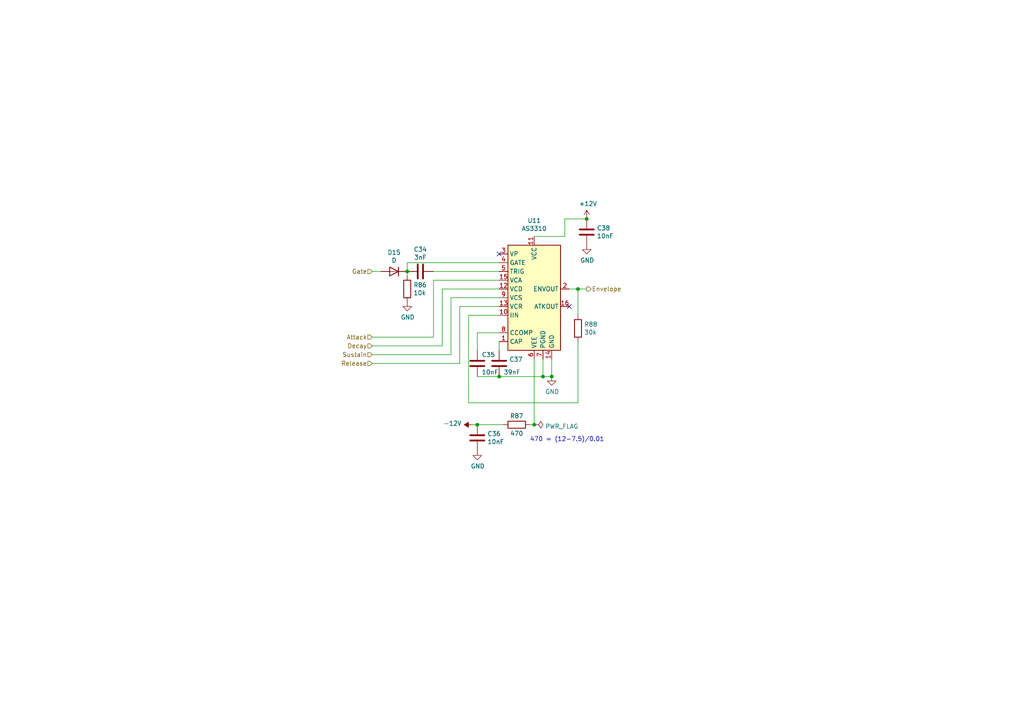
<source format=kicad_sch>
(kicad_sch (version 20211123) (generator eeschema)
  (paper "A4")
  (lib_symbols
    (symbol "Audio:AS3310"
      (property "Reference" "U" (at -5.08 17.78 0))
      (property "Value" "AS3310" (at 5.08 17.78 0))
      (symbol "AS3310_0_1"
        (rectangle (start 7.62 -15.24) (end -7.62 15.24) (stroke (width 0.254)) (fill (type background)))
      )
      (symbol "AS3310_1_1"
        (pin passive line (at -10.16 -12.7 0) (length 2.54) (name "CAP") (number "1"))
        (pin input line (at -10.16 -5.08 0) (length 2.54) (name "IIN") (number "10"))
        (pin power_in line (at 0 17.78 270) (length 2.54) (name "VCC") (number "11"))
        (pin input line (at -10.16 2.54 0) (length 2.54) (name "VCD") (number "12"))
        (pin input line (at -10.16 -2.54 0) (length 2.54) (name "VCR") (number "13"))
        (pin power_in line (at 5.08 -17.78 90) (length 2.54) (name "GND") (number "14"))
        (pin input line (at -10.16 5.08 0) (length 2.54) (name "VCA") (number "15"))
        (pin output line (at 10.16 -2.54 180) (length 2.54) (name "ATKOUT") (number "16"))
        (pin output line (at 10.16 2.54 180) (length 2.54) (name "ENVOUT") (number "2"))
        (pin input line (at -10.16 12.7 0) (length 2.54) (name "VP") (number "3"))
        (pin input line (at -10.16 10.16 0) (length 2.54) (name "GATE") (number "4"))
        (pin input line (at -10.16 7.62 0) (length 2.54) (name "TRIG") (number "5"))
        (pin power_in line (at 0 -17.78 90) (length 2.54) (name "VEE") (number "6"))
        (pin power_in line (at 2.54 -17.78 90) (length 2.54) (name "PGND") (number "7"))
        (pin passive line (at -10.16 -10.16 0) (length 2.54) (name "CCOMP") (number "8"))
        (pin input line (at -10.16 0 0) (length 2.54) (name "VCS") (number "9"))
      )
    )
    (symbol "Device:C" (pin_numbers hide) (pin_names (offset 0.254))
      (property "Reference" "C" (at 0.635 2.54 0))
      (property "Value" "C" (at 0.635 -2.54 0))
      (symbol "C_0_1"
        (polyline (pts (xy -2.032 -0.762) (xy 2.032 -0.762)) (stroke (width 0.508)))
        (polyline (pts (xy -2.032 0.762) (xy 2.032 0.762)) (stroke (width 0.508)))
      )
      (symbol "C_1_1"
        (pin passive line (at 0 3.81 270) (length 2.794) (name "~") (number "1"))
        (pin passive line (at 0 -3.81 90) (length 2.794) (name "~") (number "2"))
      )
    )
    (symbol "Device:D" (pin_numbers hide) (pin_names (offset 1.016) hide)
      (property "Reference" "D" (at 0 2.54 0))
      (property "Value" "D" (at 0 -2.54 0))
      (symbol "D_0_1"
        (polyline (pts (xy -1.27 1.27) (xy -1.27 -1.27)) (stroke (width 0.254)))
        (polyline (pts (xy 1.27 0) (xy -1.27 0)))
        (polyline (pts (xy 1.27 1.27) (xy 1.27 -1.27) (xy -1.27 0) (xy 1.27 1.27)) (stroke (width 0.254)))
      )
      (symbol "D_1_1"
        (pin passive line (at -3.81 0 0) (length 2.54) (name "K") (number "1"))
        (pin passive line (at 3.81 0 180) (length 2.54) (name "A") (number "2"))
      )
    )
    (symbol "Device:R" (pin_numbers hide) (pin_names (offset 0))
      (property "Reference" "R" (at 2.032 0 90))
      (property "Value" "R" (at 0 0 90))
      (symbol "R_0_1"
        (rectangle (start -1.016 -2.54) (end 1.016 2.54) (stroke (width 0.254)))
      )
      (symbol "R_1_1"
        (pin passive line (at 0 3.81 270) (length 1.27) (name "~") (number "1"))
        (pin passive line (at 0 -3.81 90) (length 1.27) (name "~") (number "2"))
      )
    )
    (symbol "power:+12V" (power) (pin_names (offset 0))
      (property "Value" "+12V" (at 0 3.556 0))
      (symbol "+12V_0_1"
        (polyline (pts (xy -0.762 1.27) (xy 0 2.54)))
        (polyline (pts (xy 0 0) (xy 0 2.54)))
        (polyline (pts (xy 0 2.54) (xy 0.762 1.27)))
      )
      (symbol "+12V_1_1"
        (pin power_in line (at 0 0 90) (length 0) hide (name "+12V") (number "1"))
      )
    )
    (symbol "power:-12V" (power) (pin_names (offset 0))
      (property "Value" "-12V" (at 0 3.81 0))
      (symbol "-12V_0_0"
        (pin power_in line (at 0 0 90) (length 0) hide (name "-12V") (number "1"))
      )
      (symbol "-12V_0_1"
        (polyline (pts (xy 0 0) (xy 0 1.27) (xy 0.762 1.27) (xy 0 2.54) (xy -0.762 1.27) (xy 0 1.27)) (fill (type outline)))
      )
    )
    (symbol "power:GND" (power) (pin_names (offset 0))
      (property "Value" "GND" (at 0 -3.81 0))
      (symbol "GND_0_1"
        (polyline (pts (xy 0 0) (xy 0 -1.27) (xy 1.27 -1.27) (xy 0 -2.54) (xy -1.27 -1.27) (xy 0 -1.27)))
      )
      (symbol "GND_1_1"
        (pin power_in line (at 0 0 270) (length 0) hide (name "GND") (number "1"))
      )
    )
    (symbol "power:PWR_FLAG" (power) (pin_numbers hide) (pin_names (offset 0) hide)
      (property "Value" "PWR_FLAG" (at 0 3.81 0))
      (symbol "PWR_FLAG_0_0"
        (pin power_out line (at 0 0 90) (length 0) (name "pwr") (number "1"))
      )
      (symbol "PWR_FLAG_0_1"
        (polyline (pts (xy 0 0) (xy 0 1.27) (xy -1.016 1.905) (xy 0 2.54) (xy 1.016 1.905) (xy 0 1.27)))
      )
    )
  )
  (junction (at 160.02 109.22))
  (junction (at 144.78 109.22))
  (junction (at 118.11 78.74))
  (junction (at 138.43 123.19))
  (junction (at 157.48 109.22))
  (junction (at 167.64 83.82))
  (junction (at 170.18 63.5))
  (junction (at 154.94 123.19))
  (no_connect (at 165.1 88.9))
  (no_connect (at 144.78 73.66))
  (wire (pts (xy 125.73 78.74) (xy 144.78 78.74)))
  (wire (pts (xy 157.48 104.14) (xy 157.48 109.22)))
  (wire (pts (xy 170.18 63.5) (xy 163.83 63.5)))
  (wire (pts (xy 128.27 83.82) (xy 128.27 100.33)))
  (wire (pts (xy 144.78 109.22) (xy 157.48 109.22)))
  (wire (pts (xy 167.64 83.82) (xy 170.18 83.82)))
  (wire (pts (xy 157.48 109.22) (xy 160.02 109.22)))
  (wire (pts (xy 135.89 91.44) (xy 144.78 91.44)))
  (wire (pts (xy 118.11 78.74) (xy 118.11 80.01)))
  (wire (pts (xy 163.83 63.5) (xy 163.83 68.58)))
  (wire (pts (xy 144.78 81.28) (xy 125.73 81.28)))
  (wire (pts (xy 133.35 105.41) (xy 107.95 105.41)))
  (wire (pts (xy 138.43 96.52) (xy 144.78 96.52)))
  (wire (pts (xy 130.81 86.36) (xy 130.81 102.87)))
  (wire (pts (xy 170.18 64.77) (xy 170.18 63.5)))
  (wire (pts (xy 137.16 123.19) (xy 138.43 123.19)))
  (wire (pts (xy 167.64 83.82) (xy 167.64 91.44)))
  (wire (pts (xy 125.73 97.79) (xy 107.95 97.79)))
  (wire (pts (xy 154.94 123.19) (xy 153.67 123.19)))
  (wire (pts (xy 130.81 102.87) (xy 107.95 102.87)))
  (wire (pts (xy 165.1 83.82) (xy 167.64 83.82)))
  (wire (pts (xy 167.64 116.84) (xy 135.89 116.84)))
  (wire (pts (xy 138.43 109.22) (xy 144.78 109.22)))
  (wire (pts (xy 128.27 100.33) (xy 107.95 100.33)))
  (wire (pts (xy 144.78 86.36) (xy 130.81 86.36)))
  (wire (pts (xy 144.78 83.82) (xy 128.27 83.82)))
  (wire (pts (xy 118.11 76.2) (xy 118.11 78.74)))
  (wire (pts (xy 144.78 99.06) (xy 144.78 101.6)))
  (wire (pts (xy 167.64 99.06) (xy 167.64 116.84)))
  (wire (pts (xy 138.43 101.6) (xy 138.43 96.52)))
  (wire (pts (xy 160.02 104.14) (xy 160.02 109.22)))
  (wire (pts (xy 138.43 123.19) (xy 146.05 123.19)))
  (wire (pts (xy 133.35 88.9) (xy 133.35 105.41)))
  (wire (pts (xy 154.94 104.14) (xy 154.94 123.19)))
  (wire (pts (xy 135.89 116.84) (xy 135.89 91.44)))
  (wire (pts (xy 125.73 81.28) (xy 125.73 97.79)))
  (wire (pts (xy 144.78 88.9) (xy 133.35 88.9)))
  (wire (pts (xy 118.11 76.2) (xy 144.78 76.2)))
  (wire (pts (xy 110.49 78.74) (xy 107.95 78.74)))
  (wire (pts (xy 154.94 68.58) (xy 163.83 68.58)))
  (text "470 = (12-7.5)/0.01" (at 153.67 128.27 0) (effects (font (size 1.27 1.27)) (justify left bottom)))
  (hierarchical_label "Gate" (shape input) (at 107.95 78.74 180))
  (hierarchical_label "Decay" (shape input) (at 107.95 100.33 180))
  (hierarchical_label "Attack" (shape input) (at 107.95 97.79 180))
  (hierarchical_label "Envelope" (shape output) (at 170.18 83.82 0))
  (hierarchical_label "Release" (shape input) (at 107.95 105.41 180))
  (hierarchical_label "Sustain" (shape input) (at 107.95 102.87 180))
  (symbol (lib_id "Device:D") (at 114.3 78.74 180) (unit 1)
    (property "Reference" "D15" (at 114.3 73.2282 0))
    (property "Value" "D" (at 114.3 75.5396 0))
    (property "Footprint" "Diode_THT:D_A-405_P7.62mm_Horizontal" (effects hide))
  )
  (symbol (lib_id "power:GND") (at 118.11 87.63 0) (unit 1)
    (property "Reference" "#PWR093" (effects hide))
    (property "Value" "GND" (at 118.237 92.0242 0))
  )
  (symbol (lib_id "Device:R") (at 118.11 83.82 0) (unit 1)
    (property "Reference" "R86" (at 119.888 82.6516 0) (effects (justify left)))
    (property "Value" "10k" (at 119.888 84.963 0) (effects (justify left)))
    (property "Footprint" "Resistor_SMD:R_1206_3216Metric_Pad1.30x1.75mm_HandSolder" (effects hide))
  )
  (symbol (lib_id "Device:C") (at 121.92 78.74 90) (unit 1)
    (property "Reference" "C34" (at 121.92 72.3392 90))
    (property "Value" "3nF" (at 121.92 74.6506 90))
    (property "Footprint" "Capacitor_THT:C_Disc_D5.1mm_W3.2mm_P5.00mm" (effects hide))
  )
  (symbol (lib_id "power:GND") (at 160.02 109.22 0) (unit 1)
    (property "Reference" "#PWR096" (effects hide))
    (property "Value" "GND" (at 160.147 113.6142 0))
  )
  (symbol (lib_id "Audio:AS3310") (at 154.94 86.36 0) (unit 1)
    (property "Reference" "U11" (at 154.94 63.9826 0))
    (property "Value" "AS3310" (at 154.94 66.294 0))
    (property "Footprint" "Package_DIP:DIP-16_W7.62mm" (effects hide))
    (property "Datasheet" "http://www.alfarzpp.lv/eng/sc/AS3310.pdf" (effects hide))
  )
  (symbol (lib_id "Device:R") (at 167.64 95.25 0) (unit 1)
    (property "Reference" "R88" (at 169.418 94.0816 0) (effects (justify left)))
    (property "Value" "30k" (at 169.418 96.393 0) (effects (justify left)))
    (property "Footprint" "Resistor_SMD:R_1206_3216Metric_Pad1.30x1.75mm_HandSolder" (effects hide))
  )
  (symbol (lib_id "Device:C") (at 144.78 105.41 0) (unit 1)
    (property "Reference" "C37" (at 147.701 104.2416 0) (effects (justify left)))
    (property "Value" "39nF" (at 146.05 107.95 0) (effects (justify left)))
    (property "Footprint" "Capacitor_THT:C_Disc_D5.1mm_W3.2mm_P5.00mm" (effects hide))
  )
  (symbol (lib_id "Device:C") (at 138.43 105.41 0) (unit 1)
    (property "Reference" "C35" (at 139.7 102.87 0) (effects (justify left)))
    (property "Value" "10nF" (at 139.7 107.95 0) (effects (justify left)))
    (property "Footprint" "Capacitor_THT:C_Disc_D5.1mm_W3.2mm_P5.00mm" (effects hide))
  )
  (symbol (lib_id "power:+12V") (at 170.18 63.5 0) (unit 1)
    (property "Reference" "#PWR097" (effects hide))
    (property "Value" "+12V" (at 170.561 59.1058 0))
  )
  (symbol (lib_id "Device:R") (at 149.86 123.19 270) (unit 1)
    (property "Reference" "R87" (at 149.86 120.65 90))
    (property "Value" "470" (at 149.86 125.73 90))
    (property "Footprint" "Resistor_SMD:R_1206_3216Metric_Pad1.30x1.75mm_HandSolder" (effects hide))
  )
  (symbol (lib_id "power:-12V") (at 137.16 123.19 90) (unit 1)
    (property "Reference" "#PWR094" (effects hide))
    (property "Value" "-12V" (at 133.9088 122.809 90) (effects (justify left)))
  )
  (symbol (lib_id "Device:C") (at 138.43 127 180) (unit 1)
    (property "Reference" "C36" (at 141.351 125.8316 0) (effects (justify right)))
    (property "Value" "10nF" (at 141.351 128.143 0) (effects (justify right)))
    (property "Footprint" "Capacitor_THT:C_Disc_D5.1mm_W3.2mm_P5.00mm" (effects hide))
  )
  (symbol (lib_id "power:GND") (at 170.18 71.12 0) (unit 1)
    (property "Reference" "#PWR098" (effects hide))
    (property "Value" "GND" (at 170.307 75.5142 0))
  )
  (symbol (lib_id "Device:C") (at 170.18 67.31 180) (unit 1)
    (property "Reference" "C38" (at 173.101 66.1416 0) (effects (justify right)))
    (property "Value" "10nF" (at 173.101 68.453 0) (effects (justify right)))
    (property "Footprint" "Capacitor_THT:C_Disc_D5.1mm_W3.2mm_P5.00mm" (effects hide))
  )
  (symbol (lib_id "power:GND") (at 138.43 130.81 0) (unit 1)
    (property "Reference" "#PWR095" (effects hide))
    (property "Value" "GND" (at 138.557 135.2042 0))
  )
  (symbol (lib_id "power:PWR_FLAG") (at 154.94 123.19 270) (unit 1)
    (property "Reference" "#FLG0103" (effects hide))
    (property "Value" "PWR_FLAG" (at 158.115 123.669 90) (effects (justify left)))
  )
)
</source>
